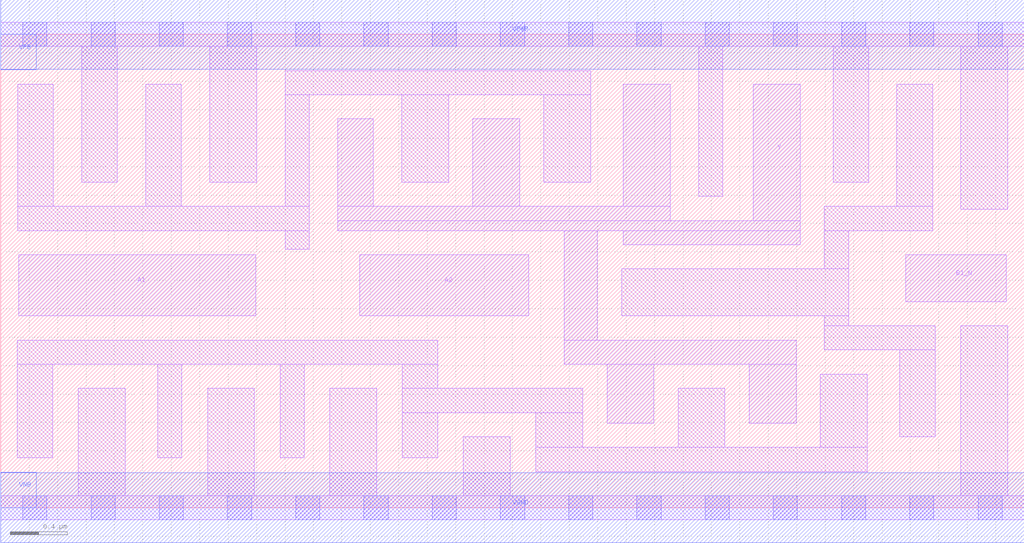
<source format=lef>
# Copyright 2020 The SkyWater PDK Authors
#
# Licensed under the Apache License, Version 2.0 (the "License");
# you may not use this file except in compliance with the License.
# You may obtain a copy of the License at
#
#     https://www.apache.org/licenses/LICENSE-2.0
#
# Unless required by applicable law or agreed to in writing, software
# distributed under the License is distributed on an "AS IS" BASIS,
# WITHOUT WARRANTIES OR CONDITIONS OF ANY KIND, either express or implied.
# See the License for the specific language governing permissions and
# limitations under the License.
#
# SPDX-License-Identifier: Apache-2.0

VERSION 5.5 ;
NAMESCASESENSITIVE ON ;
BUSBITCHARS "[]" ;
DIVIDERCHAR "/" ;
MACRO sky130_fd_sc_hs__o21bai_4
  CLASS CORE ;
  SOURCE USER ;
  ORIGIN  0.000000  0.000000 ;
  SIZE  7.200000 BY  3.330000 ;
  SYMMETRY X Y ;
  SITE unit ;
  PIN A1
    ANTENNAGATEAREA  1.116000 ;
    DIRECTION INPUT ;
    USE SIGNAL ;
    PORT
      LAYER li1 ;
        RECT 0.125000 1.350000 1.795000 1.780000 ;
    END
  END A1
  PIN A2
    ANTENNAGATEAREA  1.116000 ;
    DIRECTION INPUT ;
    USE SIGNAL ;
    PORT
      LAYER li1 ;
        RECT 2.525000 1.350000 3.715000 1.780000 ;
    END
  END A2
  PIN B1_N
    ANTENNAGATEAREA  0.363000 ;
    DIRECTION INPUT ;
    USE SIGNAL ;
    PORT
      LAYER li1 ;
        RECT 6.365000 1.450000 7.075000 1.780000 ;
    END
  END B1_N
  PIN Y
    ANTENNADIFFAREA  1.855000 ;
    DIRECTION OUTPUT ;
    USE SIGNAL ;
    PORT
      LAYER li1 ;
        RECT 2.370000 1.950000 5.625000 2.020000 ;
        RECT 2.370000 2.020000 4.710000 2.120000 ;
        RECT 2.370000 2.120000 2.620000 2.735000 ;
        RECT 3.320000 2.120000 3.650000 2.735000 ;
        RECT 3.965000 1.010000 5.595000 1.180000 ;
        RECT 3.965000 1.180000 4.195000 1.950000 ;
        RECT 4.265000 0.595000 4.595000 1.010000 ;
        RECT 4.380000 1.850000 5.625000 1.950000 ;
        RECT 4.380000 2.120000 4.710000 2.980000 ;
        RECT 5.265000 0.595000 5.595000 1.010000 ;
        RECT 5.295000 2.020000 5.625000 2.980000 ;
    END
  END Y
  PIN VGND
    DIRECTION INOUT ;
    USE GROUND ;
    PORT
      LAYER met1 ;
        RECT 0.000000 -0.245000 7.200000 0.245000 ;
    END
  END VGND
  PIN VNB
    DIRECTION INOUT ;
    USE GROUND ;
    PORT
    END
  END VNB
  PIN VPB
    DIRECTION INOUT ;
    USE POWER ;
    PORT
    END
  END VPB
  PIN VNB
    DIRECTION INOUT ;
    USE GROUND ;
    PORT
      LAYER met1 ;
        RECT 0.000000 0.000000 0.250000 0.250000 ;
    END
  END VNB
  PIN VPB
    DIRECTION INOUT ;
    USE POWER ;
    PORT
      LAYER met1 ;
        RECT 0.000000 3.080000 0.250000 3.330000 ;
    END
  END VPB
  PIN VPWR
    DIRECTION INOUT ;
    USE POWER ;
    PORT
      LAYER met1 ;
        RECT 0.000000 3.085000 7.200000 3.575000 ;
    END
  END VPWR
  OBS
    LAYER li1 ;
      RECT 0.000000 -0.085000 7.200000 0.085000 ;
      RECT 0.000000  3.245000 7.200000 3.415000 ;
      RECT 0.115000  0.350000 0.365000 1.010000 ;
      RECT 0.115000  1.010000 3.075000 1.180000 ;
      RECT 0.120000  1.950000 2.170000 2.120000 ;
      RECT 0.120000  2.120000 0.370000 2.980000 ;
      RECT 0.545000  0.085000 0.875000 0.840000 ;
      RECT 0.570000  2.290000 0.820000 3.245000 ;
      RECT 1.020000  2.120000 1.270000 2.980000 ;
      RECT 1.105000  0.350000 1.275000 1.010000 ;
      RECT 1.455000  0.085000 1.785000 0.840000 ;
      RECT 1.470000  2.290000 1.800000 3.245000 ;
      RECT 1.965000  0.350000 2.135000 1.010000 ;
      RECT 2.000000  1.820000 2.170000 1.950000 ;
      RECT 2.000000  2.120000 2.170000 2.905000 ;
      RECT 2.000000  2.905000 4.150000 3.075000 ;
      RECT 2.315000  0.085000 2.645000 0.840000 ;
      RECT 2.820000  2.290000 3.150000 2.905000 ;
      RECT 2.825000  0.350000 3.075000 0.670000 ;
      RECT 2.825000  0.670000 4.095000 0.840000 ;
      RECT 2.825000  0.840000 3.075000 1.010000 ;
      RECT 3.255000  0.085000 3.585000 0.500000 ;
      RECT 3.765000  0.255000 6.095000 0.425000 ;
      RECT 3.765000  0.425000 4.095000 0.670000 ;
      RECT 3.820000  2.290000 4.150000 2.905000 ;
      RECT 4.370000  1.350000 5.965000 1.680000 ;
      RECT 4.765000  0.425000 5.095000 0.840000 ;
      RECT 4.910000  2.190000 5.080000 3.245000 ;
      RECT 5.765000  0.425000 6.095000 0.940000 ;
      RECT 5.795000  1.110000 6.575000 1.280000 ;
      RECT 5.795000  1.280000 5.965000 1.350000 ;
      RECT 5.795000  1.680000 5.965000 1.950000 ;
      RECT 5.795000  1.950000 6.555000 2.120000 ;
      RECT 5.855000  2.290000 6.105000 3.245000 ;
      RECT 6.305000  2.120000 6.555000 2.980000 ;
      RECT 6.325000  0.500000 6.575000 1.110000 ;
      RECT 6.755000  0.085000 7.085000 1.280000 ;
      RECT 6.755000  2.100000 7.085000 3.245000 ;
    LAYER mcon ;
      RECT 0.155000 -0.085000 0.325000 0.085000 ;
      RECT 0.155000  3.245000 0.325000 3.415000 ;
      RECT 0.635000 -0.085000 0.805000 0.085000 ;
      RECT 0.635000  3.245000 0.805000 3.415000 ;
      RECT 1.115000 -0.085000 1.285000 0.085000 ;
      RECT 1.115000  3.245000 1.285000 3.415000 ;
      RECT 1.595000 -0.085000 1.765000 0.085000 ;
      RECT 1.595000  3.245000 1.765000 3.415000 ;
      RECT 2.075000 -0.085000 2.245000 0.085000 ;
      RECT 2.075000  3.245000 2.245000 3.415000 ;
      RECT 2.555000 -0.085000 2.725000 0.085000 ;
      RECT 2.555000  3.245000 2.725000 3.415000 ;
      RECT 3.035000 -0.085000 3.205000 0.085000 ;
      RECT 3.035000  3.245000 3.205000 3.415000 ;
      RECT 3.515000 -0.085000 3.685000 0.085000 ;
      RECT 3.515000  3.245000 3.685000 3.415000 ;
      RECT 3.995000 -0.085000 4.165000 0.085000 ;
      RECT 3.995000  3.245000 4.165000 3.415000 ;
      RECT 4.475000 -0.085000 4.645000 0.085000 ;
      RECT 4.475000  3.245000 4.645000 3.415000 ;
      RECT 4.955000 -0.085000 5.125000 0.085000 ;
      RECT 4.955000  3.245000 5.125000 3.415000 ;
      RECT 5.435000 -0.085000 5.605000 0.085000 ;
      RECT 5.435000  3.245000 5.605000 3.415000 ;
      RECT 5.915000 -0.085000 6.085000 0.085000 ;
      RECT 5.915000  3.245000 6.085000 3.415000 ;
      RECT 6.395000 -0.085000 6.565000 0.085000 ;
      RECT 6.395000  3.245000 6.565000 3.415000 ;
      RECT 6.875000 -0.085000 7.045000 0.085000 ;
      RECT 6.875000  3.245000 7.045000 3.415000 ;
  END
END sky130_fd_sc_hs__o21bai_4
END LIBRARY

</source>
